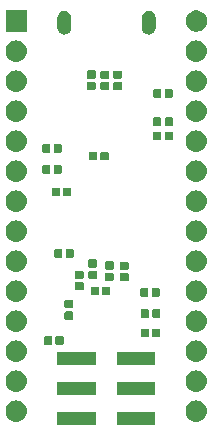
<source format=gbr>
G04 #@! TF.GenerationSoftware,KiCad,Pcbnew,5.0.1-33cea8e~68~ubuntu18.04.1*
G04 #@! TF.CreationDate,2018-11-09T20:27:09+01:00*
G04 #@! TF.ProjectId,Tiny-up5k,54696E792D7570356B2E6B696361645F,rev?*
G04 #@! TF.SameCoordinates,Original*
G04 #@! TF.FileFunction,Soldermask,Bot*
G04 #@! TF.FilePolarity,Negative*
%FSLAX46Y46*%
G04 Gerber Fmt 4.6, Leading zero omitted, Abs format (unit mm)*
G04 Created by KiCad (PCBNEW 5.0.1-33cea8e~68~ubuntu18.04.1) date vr 09 nov 2018 20:27:09 CET*
%MOMM*%
%LPD*%
G01*
G04 APERTURE LIST*
%ADD10C,0.100000*%
G04 APERTURE END LIST*
D10*
G36*
X155295000Y-131995000D02*
X152045000Y-131995000D01*
X152045000Y-130895000D01*
X155295000Y-130895000D01*
X155295000Y-131995000D01*
X155295000Y-131995000D01*
G37*
G36*
X150245000Y-131995000D02*
X146995000Y-131995000D01*
X146995000Y-130895000D01*
X150245000Y-130895000D01*
X150245000Y-131995000D01*
X150245000Y-131995000D01*
G37*
G36*
X158932432Y-129932122D02*
X159102081Y-129983585D01*
X159258433Y-130067156D01*
X159395475Y-130179625D01*
X159507944Y-130316667D01*
X159591515Y-130473019D01*
X159642978Y-130642668D01*
X159660354Y-130819100D01*
X159642978Y-130995532D01*
X159591515Y-131165181D01*
X159507944Y-131321533D01*
X159395475Y-131458575D01*
X159258433Y-131571044D01*
X159102081Y-131654615D01*
X158932432Y-131706078D01*
X158800211Y-131719100D01*
X158711789Y-131719100D01*
X158579568Y-131706078D01*
X158409919Y-131654615D01*
X158253567Y-131571044D01*
X158116525Y-131458575D01*
X158004056Y-131321533D01*
X157920485Y-131165181D01*
X157869022Y-130995532D01*
X157851646Y-130819100D01*
X157869022Y-130642668D01*
X157920485Y-130473019D01*
X158004056Y-130316667D01*
X158116525Y-130179625D01*
X158253567Y-130067156D01*
X158409919Y-129983585D01*
X158579568Y-129932122D01*
X158711789Y-129919100D01*
X158800211Y-129919100D01*
X158932432Y-129932122D01*
X158932432Y-129932122D01*
G37*
G36*
X143692432Y-129932122D02*
X143862081Y-129983585D01*
X144018433Y-130067156D01*
X144155475Y-130179625D01*
X144267944Y-130316667D01*
X144351515Y-130473019D01*
X144402978Y-130642668D01*
X144420354Y-130819100D01*
X144402978Y-130995532D01*
X144351515Y-131165181D01*
X144267944Y-131321533D01*
X144155475Y-131458575D01*
X144018433Y-131571044D01*
X143862081Y-131654615D01*
X143692432Y-131706078D01*
X143560211Y-131719100D01*
X143471789Y-131719100D01*
X143339568Y-131706078D01*
X143169919Y-131654615D01*
X143013567Y-131571044D01*
X142876525Y-131458575D01*
X142764056Y-131321533D01*
X142680485Y-131165181D01*
X142629022Y-130995532D01*
X142611646Y-130819100D01*
X142629022Y-130642668D01*
X142680485Y-130473019D01*
X142764056Y-130316667D01*
X142876525Y-130179625D01*
X143013567Y-130067156D01*
X143169919Y-129983585D01*
X143339568Y-129932122D01*
X143471789Y-129919100D01*
X143560211Y-129919100D01*
X143692432Y-129932122D01*
X143692432Y-129932122D01*
G37*
G36*
X155295000Y-129455000D02*
X152045000Y-129455000D01*
X152045000Y-128355000D01*
X155295000Y-128355000D01*
X155295000Y-129455000D01*
X155295000Y-129455000D01*
G37*
G36*
X150245000Y-129455000D02*
X146995000Y-129455000D01*
X146995000Y-128355000D01*
X150245000Y-128355000D01*
X150245000Y-129455000D01*
X150245000Y-129455000D01*
G37*
G36*
X158932432Y-127392122D02*
X159102081Y-127443585D01*
X159258433Y-127527156D01*
X159395475Y-127639625D01*
X159507944Y-127776667D01*
X159591515Y-127933019D01*
X159642978Y-128102668D01*
X159660354Y-128279100D01*
X159642978Y-128455532D01*
X159591515Y-128625181D01*
X159507944Y-128781533D01*
X159395475Y-128918575D01*
X159258433Y-129031044D01*
X159102081Y-129114615D01*
X158932432Y-129166078D01*
X158800211Y-129179100D01*
X158711789Y-129179100D01*
X158579568Y-129166078D01*
X158409919Y-129114615D01*
X158253567Y-129031044D01*
X158116525Y-128918575D01*
X158004056Y-128781533D01*
X157920485Y-128625181D01*
X157869022Y-128455532D01*
X157851646Y-128279100D01*
X157869022Y-128102668D01*
X157920485Y-127933019D01*
X158004056Y-127776667D01*
X158116525Y-127639625D01*
X158253567Y-127527156D01*
X158409919Y-127443585D01*
X158579568Y-127392122D01*
X158711789Y-127379100D01*
X158800211Y-127379100D01*
X158932432Y-127392122D01*
X158932432Y-127392122D01*
G37*
G36*
X143692432Y-127392122D02*
X143862081Y-127443585D01*
X144018433Y-127527156D01*
X144155475Y-127639625D01*
X144267944Y-127776667D01*
X144351515Y-127933019D01*
X144402978Y-128102668D01*
X144420354Y-128279100D01*
X144402978Y-128455532D01*
X144351515Y-128625181D01*
X144267944Y-128781533D01*
X144155475Y-128918575D01*
X144018433Y-129031044D01*
X143862081Y-129114615D01*
X143692432Y-129166078D01*
X143560211Y-129179100D01*
X143471789Y-129179100D01*
X143339568Y-129166078D01*
X143169919Y-129114615D01*
X143013567Y-129031044D01*
X142876525Y-128918575D01*
X142764056Y-128781533D01*
X142680485Y-128625181D01*
X142629022Y-128455532D01*
X142611646Y-128279100D01*
X142629022Y-128102668D01*
X142680485Y-127933019D01*
X142764056Y-127776667D01*
X142876525Y-127639625D01*
X143013567Y-127527156D01*
X143169919Y-127443585D01*
X143339568Y-127392122D01*
X143471789Y-127379100D01*
X143560211Y-127379100D01*
X143692432Y-127392122D01*
X143692432Y-127392122D01*
G37*
G36*
X155295000Y-126915000D02*
X152045000Y-126915000D01*
X152045000Y-125815000D01*
X155295000Y-125815000D01*
X155295000Y-126915000D01*
X155295000Y-126915000D01*
G37*
G36*
X150245000Y-126915000D02*
X146995000Y-126915000D01*
X146995000Y-125815000D01*
X150245000Y-125815000D01*
X150245000Y-126915000D01*
X150245000Y-126915000D01*
G37*
G36*
X143692432Y-124852122D02*
X143862081Y-124903585D01*
X144018433Y-124987156D01*
X144155475Y-125099625D01*
X144267944Y-125236667D01*
X144351515Y-125393019D01*
X144402978Y-125562668D01*
X144420354Y-125739100D01*
X144402978Y-125915532D01*
X144351515Y-126085181D01*
X144267944Y-126241533D01*
X144155475Y-126378575D01*
X144018433Y-126491044D01*
X143862081Y-126574615D01*
X143692432Y-126626078D01*
X143560211Y-126639100D01*
X143471789Y-126639100D01*
X143339568Y-126626078D01*
X143169919Y-126574615D01*
X143013567Y-126491044D01*
X142876525Y-126378575D01*
X142764056Y-126241533D01*
X142680485Y-126085181D01*
X142629022Y-125915532D01*
X142611646Y-125739100D01*
X142629022Y-125562668D01*
X142680485Y-125393019D01*
X142764056Y-125236667D01*
X142876525Y-125099625D01*
X143013567Y-124987156D01*
X143169919Y-124903585D01*
X143339568Y-124852122D01*
X143471789Y-124839100D01*
X143560211Y-124839100D01*
X143692432Y-124852122D01*
X143692432Y-124852122D01*
G37*
G36*
X158932432Y-124852122D02*
X159102081Y-124903585D01*
X159258433Y-124987156D01*
X159395475Y-125099625D01*
X159507944Y-125236667D01*
X159591515Y-125393019D01*
X159642978Y-125562668D01*
X159660354Y-125739100D01*
X159642978Y-125915532D01*
X159591515Y-126085181D01*
X159507944Y-126241533D01*
X159395475Y-126378575D01*
X159258433Y-126491044D01*
X159102081Y-126574615D01*
X158932432Y-126626078D01*
X158800211Y-126639100D01*
X158711789Y-126639100D01*
X158579568Y-126626078D01*
X158409919Y-126574615D01*
X158253567Y-126491044D01*
X158116525Y-126378575D01*
X158004056Y-126241533D01*
X157920485Y-126085181D01*
X157869022Y-125915532D01*
X157851646Y-125739100D01*
X157869022Y-125562668D01*
X157920485Y-125393019D01*
X158004056Y-125236667D01*
X158116525Y-125099625D01*
X158253567Y-124987156D01*
X158409919Y-124903585D01*
X158579568Y-124852122D01*
X158711789Y-124839100D01*
X158800211Y-124839100D01*
X158932432Y-124852122D01*
X158932432Y-124852122D01*
G37*
G36*
X147426340Y-124473706D02*
X147446866Y-124479933D01*
X147465773Y-124490039D01*
X147482354Y-124503646D01*
X147495961Y-124520227D01*
X147506067Y-124539134D01*
X147512294Y-124559660D01*
X147515000Y-124587138D01*
X147515000Y-125094862D01*
X147512294Y-125122340D01*
X147506067Y-125142866D01*
X147495961Y-125161773D01*
X147482354Y-125178354D01*
X147465773Y-125191961D01*
X147446866Y-125202067D01*
X147426340Y-125208294D01*
X147398862Y-125211000D01*
X146941138Y-125211000D01*
X146913660Y-125208294D01*
X146893134Y-125202067D01*
X146874227Y-125191961D01*
X146857646Y-125178354D01*
X146844039Y-125161773D01*
X146833933Y-125142866D01*
X146827706Y-125122340D01*
X146825000Y-125094862D01*
X146825000Y-124587138D01*
X146827706Y-124559660D01*
X146833933Y-124539134D01*
X146844039Y-124520227D01*
X146857646Y-124503646D01*
X146874227Y-124490039D01*
X146893134Y-124479933D01*
X146913660Y-124473706D01*
X146941138Y-124471000D01*
X147398862Y-124471000D01*
X147426340Y-124473706D01*
X147426340Y-124473706D01*
G37*
G36*
X146456340Y-124473706D02*
X146476866Y-124479933D01*
X146495773Y-124490039D01*
X146512354Y-124503646D01*
X146525961Y-124520227D01*
X146536067Y-124539134D01*
X146542294Y-124559660D01*
X146545000Y-124587138D01*
X146545000Y-125094862D01*
X146542294Y-125122340D01*
X146536067Y-125142866D01*
X146525961Y-125161773D01*
X146512354Y-125178354D01*
X146495773Y-125191961D01*
X146476866Y-125202067D01*
X146456340Y-125208294D01*
X146428862Y-125211000D01*
X145971138Y-125211000D01*
X145943660Y-125208294D01*
X145923134Y-125202067D01*
X145904227Y-125191961D01*
X145887646Y-125178354D01*
X145874039Y-125161773D01*
X145863933Y-125142866D01*
X145857706Y-125122340D01*
X145855000Y-125094862D01*
X145855000Y-124587138D01*
X145857706Y-124559660D01*
X145863933Y-124539134D01*
X145874039Y-124520227D01*
X145887646Y-124503646D01*
X145904227Y-124490039D01*
X145923134Y-124479933D01*
X145943660Y-124473706D01*
X145971138Y-124471000D01*
X146428862Y-124471000D01*
X146456340Y-124473706D01*
X146456340Y-124473706D01*
G37*
G36*
X155623340Y-123838706D02*
X155643866Y-123844933D01*
X155662773Y-123855039D01*
X155679354Y-123868646D01*
X155692961Y-123885227D01*
X155703067Y-123904134D01*
X155709294Y-123924660D01*
X155712000Y-123952138D01*
X155712000Y-124459862D01*
X155709294Y-124487340D01*
X155703067Y-124507866D01*
X155692961Y-124526773D01*
X155679354Y-124543354D01*
X155662773Y-124556961D01*
X155643866Y-124567067D01*
X155623340Y-124573294D01*
X155595862Y-124576000D01*
X155138138Y-124576000D01*
X155110660Y-124573294D01*
X155090134Y-124567067D01*
X155071227Y-124556961D01*
X155054646Y-124543354D01*
X155041039Y-124526773D01*
X155030933Y-124507866D01*
X155024706Y-124487340D01*
X155022000Y-124459862D01*
X155022000Y-123952138D01*
X155024706Y-123924660D01*
X155030933Y-123904134D01*
X155041039Y-123885227D01*
X155054646Y-123868646D01*
X155071227Y-123855039D01*
X155090134Y-123844933D01*
X155110660Y-123838706D01*
X155138138Y-123836000D01*
X155595862Y-123836000D01*
X155623340Y-123838706D01*
X155623340Y-123838706D01*
G37*
G36*
X154653340Y-123838706D02*
X154673866Y-123844933D01*
X154692773Y-123855039D01*
X154709354Y-123868646D01*
X154722961Y-123885227D01*
X154733067Y-123904134D01*
X154739294Y-123924660D01*
X154742000Y-123952138D01*
X154742000Y-124459862D01*
X154739294Y-124487340D01*
X154733067Y-124507866D01*
X154722961Y-124526773D01*
X154709354Y-124543354D01*
X154692773Y-124556961D01*
X154673866Y-124567067D01*
X154653340Y-124573294D01*
X154625862Y-124576000D01*
X154168138Y-124576000D01*
X154140660Y-124573294D01*
X154120134Y-124567067D01*
X154101227Y-124556961D01*
X154084646Y-124543354D01*
X154071039Y-124526773D01*
X154060933Y-124507866D01*
X154054706Y-124487340D01*
X154052000Y-124459862D01*
X154052000Y-123952138D01*
X154054706Y-123924660D01*
X154060933Y-123904134D01*
X154071039Y-123885227D01*
X154084646Y-123868646D01*
X154101227Y-123855039D01*
X154120134Y-123844933D01*
X154140660Y-123838706D01*
X154168138Y-123836000D01*
X154625862Y-123836000D01*
X154653340Y-123838706D01*
X154653340Y-123838706D01*
G37*
G36*
X158932432Y-122312122D02*
X159102081Y-122363585D01*
X159258433Y-122447156D01*
X159395475Y-122559625D01*
X159507944Y-122696667D01*
X159591515Y-122853019D01*
X159642978Y-123022668D01*
X159660354Y-123199100D01*
X159642978Y-123375532D01*
X159591515Y-123545181D01*
X159507944Y-123701533D01*
X159395475Y-123838575D01*
X159258433Y-123951044D01*
X159102081Y-124034615D01*
X158932432Y-124086078D01*
X158800211Y-124099100D01*
X158711789Y-124099100D01*
X158579568Y-124086078D01*
X158409919Y-124034615D01*
X158253567Y-123951044D01*
X158116525Y-123838575D01*
X158004056Y-123701533D01*
X157920485Y-123545181D01*
X157869022Y-123375532D01*
X157851646Y-123199100D01*
X157869022Y-123022668D01*
X157920485Y-122853019D01*
X158004056Y-122696667D01*
X158116525Y-122559625D01*
X158253567Y-122447156D01*
X158409919Y-122363585D01*
X158579568Y-122312122D01*
X158711789Y-122299100D01*
X158800211Y-122299100D01*
X158932432Y-122312122D01*
X158932432Y-122312122D01*
G37*
G36*
X143692432Y-122312122D02*
X143862081Y-122363585D01*
X144018433Y-122447156D01*
X144155475Y-122559625D01*
X144267944Y-122696667D01*
X144351515Y-122853019D01*
X144402978Y-123022668D01*
X144420354Y-123199100D01*
X144402978Y-123375532D01*
X144351515Y-123545181D01*
X144267944Y-123701533D01*
X144155475Y-123838575D01*
X144018433Y-123951044D01*
X143862081Y-124034615D01*
X143692432Y-124086078D01*
X143560211Y-124099100D01*
X143471789Y-124099100D01*
X143339568Y-124086078D01*
X143169919Y-124034615D01*
X143013567Y-123951044D01*
X142876525Y-123838575D01*
X142764056Y-123701533D01*
X142680485Y-123545181D01*
X142629022Y-123375532D01*
X142611646Y-123199100D01*
X142629022Y-123022668D01*
X142680485Y-122853019D01*
X142764056Y-122696667D01*
X142876525Y-122559625D01*
X143013567Y-122447156D01*
X143169919Y-122363585D01*
X143339568Y-122312122D01*
X143471789Y-122299100D01*
X143560211Y-122299100D01*
X143692432Y-122312122D01*
X143692432Y-122312122D01*
G37*
G36*
X148236340Y-122385706D02*
X148256866Y-122391933D01*
X148275773Y-122402039D01*
X148292354Y-122415646D01*
X148305961Y-122432227D01*
X148316067Y-122451134D01*
X148322294Y-122471660D01*
X148325000Y-122499138D01*
X148325000Y-122956862D01*
X148322294Y-122984340D01*
X148316067Y-123004866D01*
X148305961Y-123023773D01*
X148292354Y-123040354D01*
X148275773Y-123053961D01*
X148256866Y-123064067D01*
X148236340Y-123070294D01*
X148208862Y-123073000D01*
X147701138Y-123073000D01*
X147673660Y-123070294D01*
X147653134Y-123064067D01*
X147634227Y-123053961D01*
X147617646Y-123040354D01*
X147604039Y-123023773D01*
X147593933Y-123004866D01*
X147587706Y-122984340D01*
X147585000Y-122956862D01*
X147585000Y-122499138D01*
X147587706Y-122471660D01*
X147593933Y-122451134D01*
X147604039Y-122432227D01*
X147617646Y-122415646D01*
X147634227Y-122402039D01*
X147653134Y-122391933D01*
X147673660Y-122385706D01*
X147701138Y-122383000D01*
X148208862Y-122383000D01*
X148236340Y-122385706D01*
X148236340Y-122385706D01*
G37*
G36*
X154653340Y-122187706D02*
X154673866Y-122193933D01*
X154692773Y-122204039D01*
X154709354Y-122217646D01*
X154722961Y-122234227D01*
X154733067Y-122253134D01*
X154739294Y-122273660D01*
X154742000Y-122301138D01*
X154742000Y-122808862D01*
X154739294Y-122836340D01*
X154733067Y-122856866D01*
X154722961Y-122875773D01*
X154709354Y-122892354D01*
X154692773Y-122905961D01*
X154673866Y-122916067D01*
X154653340Y-122922294D01*
X154625862Y-122925000D01*
X154168138Y-122925000D01*
X154140660Y-122922294D01*
X154120134Y-122916067D01*
X154101227Y-122905961D01*
X154084646Y-122892354D01*
X154071039Y-122875773D01*
X154060933Y-122856866D01*
X154054706Y-122836340D01*
X154052000Y-122808862D01*
X154052000Y-122301138D01*
X154054706Y-122273660D01*
X154060933Y-122253134D01*
X154071039Y-122234227D01*
X154084646Y-122217646D01*
X154101227Y-122204039D01*
X154120134Y-122193933D01*
X154140660Y-122187706D01*
X154168138Y-122185000D01*
X154625862Y-122185000D01*
X154653340Y-122187706D01*
X154653340Y-122187706D01*
G37*
G36*
X155623340Y-122187706D02*
X155643866Y-122193933D01*
X155662773Y-122204039D01*
X155679354Y-122217646D01*
X155692961Y-122234227D01*
X155703067Y-122253134D01*
X155709294Y-122273660D01*
X155712000Y-122301138D01*
X155712000Y-122808862D01*
X155709294Y-122836340D01*
X155703067Y-122856866D01*
X155692961Y-122875773D01*
X155679354Y-122892354D01*
X155662773Y-122905961D01*
X155643866Y-122916067D01*
X155623340Y-122922294D01*
X155595862Y-122925000D01*
X155138138Y-122925000D01*
X155110660Y-122922294D01*
X155090134Y-122916067D01*
X155071227Y-122905961D01*
X155054646Y-122892354D01*
X155041039Y-122875773D01*
X155030933Y-122856866D01*
X155024706Y-122836340D01*
X155022000Y-122808862D01*
X155022000Y-122301138D01*
X155024706Y-122273660D01*
X155030933Y-122253134D01*
X155041039Y-122234227D01*
X155054646Y-122217646D01*
X155071227Y-122204039D01*
X155090134Y-122193933D01*
X155110660Y-122187706D01*
X155138138Y-122185000D01*
X155595862Y-122185000D01*
X155623340Y-122187706D01*
X155623340Y-122187706D01*
G37*
G36*
X148236340Y-121415706D02*
X148256866Y-121421933D01*
X148275773Y-121432039D01*
X148292354Y-121445646D01*
X148305961Y-121462227D01*
X148316067Y-121481134D01*
X148322294Y-121501660D01*
X148325000Y-121529138D01*
X148325000Y-121986862D01*
X148322294Y-122014340D01*
X148316067Y-122034866D01*
X148305961Y-122053773D01*
X148292354Y-122070354D01*
X148275773Y-122083961D01*
X148256866Y-122094067D01*
X148236340Y-122100294D01*
X148208862Y-122103000D01*
X147701138Y-122103000D01*
X147673660Y-122100294D01*
X147653134Y-122094067D01*
X147634227Y-122083961D01*
X147617646Y-122070354D01*
X147604039Y-122053773D01*
X147593933Y-122034866D01*
X147587706Y-122014340D01*
X147585000Y-121986862D01*
X147585000Y-121529138D01*
X147587706Y-121501660D01*
X147593933Y-121481134D01*
X147604039Y-121462227D01*
X147617646Y-121445646D01*
X147634227Y-121432039D01*
X147653134Y-121421933D01*
X147673660Y-121415706D01*
X147701138Y-121413000D01*
X148208862Y-121413000D01*
X148236340Y-121415706D01*
X148236340Y-121415706D01*
G37*
G36*
X158932432Y-119772122D02*
X159102081Y-119823585D01*
X159258433Y-119907156D01*
X159395475Y-120019625D01*
X159507944Y-120156667D01*
X159591515Y-120313019D01*
X159642978Y-120482668D01*
X159660354Y-120659100D01*
X159642978Y-120835532D01*
X159591515Y-121005181D01*
X159507944Y-121161533D01*
X159395475Y-121298575D01*
X159258433Y-121411044D01*
X159102081Y-121494615D01*
X158932432Y-121546078D01*
X158800211Y-121559100D01*
X158711789Y-121559100D01*
X158579568Y-121546078D01*
X158409919Y-121494615D01*
X158253567Y-121411044D01*
X158116525Y-121298575D01*
X158004056Y-121161533D01*
X157920485Y-121005181D01*
X157869022Y-120835532D01*
X157851646Y-120659100D01*
X157869022Y-120482668D01*
X157920485Y-120313019D01*
X158004056Y-120156667D01*
X158116525Y-120019625D01*
X158253567Y-119907156D01*
X158409919Y-119823585D01*
X158579568Y-119772122D01*
X158711789Y-119759100D01*
X158800211Y-119759100D01*
X158932432Y-119772122D01*
X158932432Y-119772122D01*
G37*
G36*
X143692432Y-119772122D02*
X143862081Y-119823585D01*
X144018433Y-119907156D01*
X144155475Y-120019625D01*
X144267944Y-120156667D01*
X144351515Y-120313019D01*
X144402978Y-120482668D01*
X144420354Y-120659100D01*
X144402978Y-120835532D01*
X144351515Y-121005181D01*
X144267944Y-121161533D01*
X144155475Y-121298575D01*
X144018433Y-121411044D01*
X143862081Y-121494615D01*
X143692432Y-121546078D01*
X143560211Y-121559100D01*
X143471789Y-121559100D01*
X143339568Y-121546078D01*
X143169919Y-121494615D01*
X143013567Y-121411044D01*
X142876525Y-121298575D01*
X142764056Y-121161533D01*
X142680485Y-121005181D01*
X142629022Y-120835532D01*
X142611646Y-120659100D01*
X142629022Y-120482668D01*
X142680485Y-120313019D01*
X142764056Y-120156667D01*
X142876525Y-120019625D01*
X143013567Y-119907156D01*
X143169919Y-119823585D01*
X143339568Y-119772122D01*
X143471789Y-119759100D01*
X143560211Y-119759100D01*
X143692432Y-119772122D01*
X143692432Y-119772122D01*
G37*
G36*
X155577340Y-120409706D02*
X155597866Y-120415933D01*
X155616773Y-120426039D01*
X155633354Y-120439646D01*
X155646961Y-120456227D01*
X155657067Y-120475134D01*
X155663294Y-120495660D01*
X155666000Y-120523138D01*
X155666000Y-121030862D01*
X155663294Y-121058340D01*
X155657067Y-121078866D01*
X155646961Y-121097773D01*
X155633354Y-121114354D01*
X155616773Y-121127961D01*
X155597866Y-121138067D01*
X155577340Y-121144294D01*
X155549862Y-121147000D01*
X155092138Y-121147000D01*
X155064660Y-121144294D01*
X155044134Y-121138067D01*
X155025227Y-121127961D01*
X155008646Y-121114354D01*
X154995039Y-121097773D01*
X154984933Y-121078866D01*
X154978706Y-121058340D01*
X154976000Y-121030862D01*
X154976000Y-120523138D01*
X154978706Y-120495660D01*
X154984933Y-120475134D01*
X154995039Y-120456227D01*
X155008646Y-120439646D01*
X155025227Y-120426039D01*
X155044134Y-120415933D01*
X155064660Y-120409706D01*
X155092138Y-120407000D01*
X155549862Y-120407000D01*
X155577340Y-120409706D01*
X155577340Y-120409706D01*
G37*
G36*
X154607340Y-120409706D02*
X154627866Y-120415933D01*
X154646773Y-120426039D01*
X154663354Y-120439646D01*
X154676961Y-120456227D01*
X154687067Y-120475134D01*
X154693294Y-120495660D01*
X154696000Y-120523138D01*
X154696000Y-121030862D01*
X154693294Y-121058340D01*
X154687067Y-121078866D01*
X154676961Y-121097773D01*
X154663354Y-121114354D01*
X154646773Y-121127961D01*
X154627866Y-121138067D01*
X154607340Y-121144294D01*
X154579862Y-121147000D01*
X154122138Y-121147000D01*
X154094660Y-121144294D01*
X154074134Y-121138067D01*
X154055227Y-121127961D01*
X154038646Y-121114354D01*
X154025039Y-121097773D01*
X154014933Y-121078866D01*
X154008706Y-121058340D01*
X154006000Y-121030862D01*
X154006000Y-120523138D01*
X154008706Y-120495660D01*
X154014933Y-120475134D01*
X154025039Y-120456227D01*
X154038646Y-120439646D01*
X154055227Y-120426039D01*
X154074134Y-120415933D01*
X154094660Y-120409706D01*
X154122138Y-120407000D01*
X154579862Y-120407000D01*
X154607340Y-120409706D01*
X154607340Y-120409706D01*
G37*
G36*
X151386340Y-120282706D02*
X151406866Y-120288933D01*
X151425773Y-120299039D01*
X151442354Y-120312646D01*
X151455961Y-120329227D01*
X151466067Y-120348134D01*
X151472294Y-120368660D01*
X151475000Y-120396138D01*
X151475000Y-120903862D01*
X151472294Y-120931340D01*
X151466067Y-120951866D01*
X151455961Y-120970773D01*
X151442354Y-120987354D01*
X151425773Y-121000961D01*
X151406866Y-121011067D01*
X151386340Y-121017294D01*
X151358862Y-121020000D01*
X150901138Y-121020000D01*
X150873660Y-121017294D01*
X150853134Y-121011067D01*
X150834227Y-121000961D01*
X150817646Y-120987354D01*
X150804039Y-120970773D01*
X150793933Y-120951866D01*
X150787706Y-120931340D01*
X150785000Y-120903862D01*
X150785000Y-120396138D01*
X150787706Y-120368660D01*
X150793933Y-120348134D01*
X150804039Y-120329227D01*
X150817646Y-120312646D01*
X150834227Y-120299039D01*
X150853134Y-120288933D01*
X150873660Y-120282706D01*
X150901138Y-120280000D01*
X151358862Y-120280000D01*
X151386340Y-120282706D01*
X151386340Y-120282706D01*
G37*
G36*
X150416340Y-120282706D02*
X150436866Y-120288933D01*
X150455773Y-120299039D01*
X150472354Y-120312646D01*
X150485961Y-120329227D01*
X150496067Y-120348134D01*
X150502294Y-120368660D01*
X150505000Y-120396138D01*
X150505000Y-120903862D01*
X150502294Y-120931340D01*
X150496067Y-120951866D01*
X150485961Y-120970773D01*
X150472354Y-120987354D01*
X150455773Y-121000961D01*
X150436866Y-121011067D01*
X150416340Y-121017294D01*
X150388862Y-121020000D01*
X149931138Y-121020000D01*
X149903660Y-121017294D01*
X149883134Y-121011067D01*
X149864227Y-121000961D01*
X149847646Y-120987354D01*
X149834039Y-120970773D01*
X149823933Y-120951866D01*
X149817706Y-120931340D01*
X149815000Y-120903862D01*
X149815000Y-120396138D01*
X149817706Y-120368660D01*
X149823933Y-120348134D01*
X149834039Y-120329227D01*
X149847646Y-120312646D01*
X149864227Y-120299039D01*
X149883134Y-120288933D01*
X149903660Y-120282706D01*
X149931138Y-120280000D01*
X150388862Y-120280000D01*
X150416340Y-120282706D01*
X150416340Y-120282706D01*
G37*
G36*
X149125340Y-119903706D02*
X149145866Y-119909933D01*
X149164773Y-119920039D01*
X149181354Y-119933646D01*
X149194961Y-119950227D01*
X149205067Y-119969134D01*
X149211294Y-119989660D01*
X149214000Y-120017138D01*
X149214000Y-120474862D01*
X149211294Y-120502340D01*
X149205067Y-120522866D01*
X149194961Y-120541773D01*
X149181354Y-120558354D01*
X149164773Y-120571961D01*
X149145866Y-120582067D01*
X149125340Y-120588294D01*
X149097862Y-120591000D01*
X148590138Y-120591000D01*
X148562660Y-120588294D01*
X148542134Y-120582067D01*
X148523227Y-120571961D01*
X148506646Y-120558354D01*
X148493039Y-120541773D01*
X148482933Y-120522866D01*
X148476706Y-120502340D01*
X148474000Y-120474862D01*
X148474000Y-120017138D01*
X148476706Y-119989660D01*
X148482933Y-119969134D01*
X148493039Y-119950227D01*
X148506646Y-119933646D01*
X148523227Y-119920039D01*
X148542134Y-119909933D01*
X148562660Y-119903706D01*
X148590138Y-119901000D01*
X149097862Y-119901000D01*
X149125340Y-119903706D01*
X149125340Y-119903706D01*
G37*
G36*
X152935340Y-119141706D02*
X152955866Y-119147933D01*
X152974773Y-119158039D01*
X152991354Y-119171646D01*
X153004961Y-119188227D01*
X153015067Y-119207134D01*
X153021294Y-119227660D01*
X153024000Y-119255138D01*
X153024000Y-119712862D01*
X153021294Y-119740340D01*
X153015067Y-119760866D01*
X153004961Y-119779773D01*
X152991354Y-119796354D01*
X152974773Y-119809961D01*
X152955866Y-119820067D01*
X152935340Y-119826294D01*
X152907862Y-119829000D01*
X152400138Y-119829000D01*
X152372660Y-119826294D01*
X152352134Y-119820067D01*
X152333227Y-119809961D01*
X152316646Y-119796354D01*
X152303039Y-119779773D01*
X152292933Y-119760866D01*
X152286706Y-119740340D01*
X152284000Y-119712862D01*
X152284000Y-119255138D01*
X152286706Y-119227660D01*
X152292933Y-119207134D01*
X152303039Y-119188227D01*
X152316646Y-119171646D01*
X152333227Y-119158039D01*
X152352134Y-119147933D01*
X152372660Y-119141706D01*
X152400138Y-119139000D01*
X152907862Y-119139000D01*
X152935340Y-119141706D01*
X152935340Y-119141706D01*
G37*
G36*
X151665340Y-119118706D02*
X151685866Y-119124933D01*
X151704773Y-119135039D01*
X151721354Y-119148646D01*
X151734961Y-119165227D01*
X151745067Y-119184134D01*
X151751294Y-119204660D01*
X151754000Y-119232138D01*
X151754000Y-119689862D01*
X151751294Y-119717340D01*
X151745067Y-119737866D01*
X151734961Y-119756773D01*
X151721354Y-119773354D01*
X151704773Y-119786961D01*
X151685866Y-119797067D01*
X151665340Y-119803294D01*
X151637862Y-119806000D01*
X151130138Y-119806000D01*
X151102660Y-119803294D01*
X151082134Y-119797067D01*
X151063227Y-119786961D01*
X151046646Y-119773354D01*
X151033039Y-119756773D01*
X151022933Y-119737866D01*
X151016706Y-119717340D01*
X151014000Y-119689862D01*
X151014000Y-119232138D01*
X151016706Y-119204660D01*
X151022933Y-119184134D01*
X151033039Y-119165227D01*
X151046646Y-119148646D01*
X151063227Y-119135039D01*
X151082134Y-119124933D01*
X151102660Y-119118706D01*
X151130138Y-119116000D01*
X151637862Y-119116000D01*
X151665340Y-119118706D01*
X151665340Y-119118706D01*
G37*
G36*
X150268340Y-118945706D02*
X150288866Y-118951933D01*
X150307773Y-118962039D01*
X150324354Y-118975646D01*
X150337961Y-118992227D01*
X150348067Y-119011134D01*
X150354294Y-119031660D01*
X150357000Y-119059138D01*
X150357000Y-119516862D01*
X150354294Y-119544340D01*
X150348067Y-119564866D01*
X150337961Y-119583773D01*
X150324354Y-119600354D01*
X150307773Y-119613961D01*
X150288866Y-119624067D01*
X150268340Y-119630294D01*
X150240862Y-119633000D01*
X149733138Y-119633000D01*
X149705660Y-119630294D01*
X149685134Y-119624067D01*
X149666227Y-119613961D01*
X149649646Y-119600354D01*
X149636039Y-119583773D01*
X149625933Y-119564866D01*
X149619706Y-119544340D01*
X149617000Y-119516862D01*
X149617000Y-119059138D01*
X149619706Y-119031660D01*
X149625933Y-119011134D01*
X149636039Y-118992227D01*
X149649646Y-118975646D01*
X149666227Y-118962039D01*
X149685134Y-118951933D01*
X149705660Y-118945706D01*
X149733138Y-118943000D01*
X150240862Y-118943000D01*
X150268340Y-118945706D01*
X150268340Y-118945706D01*
G37*
G36*
X149125340Y-118933706D02*
X149145866Y-118939933D01*
X149164773Y-118950039D01*
X149181354Y-118963646D01*
X149194961Y-118980227D01*
X149205067Y-118999134D01*
X149211294Y-119019660D01*
X149214000Y-119047138D01*
X149214000Y-119504862D01*
X149211294Y-119532340D01*
X149205067Y-119552866D01*
X149194961Y-119571773D01*
X149181354Y-119588354D01*
X149164773Y-119601961D01*
X149145866Y-119612067D01*
X149125340Y-119618294D01*
X149097862Y-119621000D01*
X148590138Y-119621000D01*
X148562660Y-119618294D01*
X148542134Y-119612067D01*
X148523227Y-119601961D01*
X148506646Y-119588354D01*
X148493039Y-119571773D01*
X148482933Y-119552866D01*
X148476706Y-119532340D01*
X148474000Y-119504862D01*
X148474000Y-119047138D01*
X148476706Y-119019660D01*
X148482933Y-118999134D01*
X148493039Y-118980227D01*
X148506646Y-118963646D01*
X148523227Y-118950039D01*
X148542134Y-118939933D01*
X148562660Y-118933706D01*
X148590138Y-118931000D01*
X149097862Y-118931000D01*
X149125340Y-118933706D01*
X149125340Y-118933706D01*
G37*
G36*
X158932432Y-117232122D02*
X159102081Y-117283585D01*
X159258433Y-117367156D01*
X159395475Y-117479625D01*
X159507944Y-117616667D01*
X159591515Y-117773019D01*
X159642978Y-117942668D01*
X159660354Y-118119100D01*
X159642978Y-118295532D01*
X159591515Y-118465181D01*
X159507944Y-118621533D01*
X159395475Y-118758575D01*
X159258433Y-118871044D01*
X159102081Y-118954615D01*
X158932432Y-119006078D01*
X158800211Y-119019100D01*
X158711789Y-119019100D01*
X158579568Y-119006078D01*
X158409919Y-118954615D01*
X158253567Y-118871044D01*
X158116525Y-118758575D01*
X158004056Y-118621533D01*
X157920485Y-118465181D01*
X157869022Y-118295532D01*
X157851646Y-118119100D01*
X157869022Y-117942668D01*
X157920485Y-117773019D01*
X158004056Y-117616667D01*
X158116525Y-117479625D01*
X158253567Y-117367156D01*
X158409919Y-117283585D01*
X158579568Y-117232122D01*
X158711789Y-117219100D01*
X158800211Y-117219100D01*
X158932432Y-117232122D01*
X158932432Y-117232122D01*
G37*
G36*
X143692432Y-117232122D02*
X143862081Y-117283585D01*
X144018433Y-117367156D01*
X144155475Y-117479625D01*
X144267944Y-117616667D01*
X144351515Y-117773019D01*
X144402978Y-117942668D01*
X144420354Y-118119100D01*
X144402978Y-118295532D01*
X144351515Y-118465181D01*
X144267944Y-118621533D01*
X144155475Y-118758575D01*
X144018433Y-118871044D01*
X143862081Y-118954615D01*
X143692432Y-119006078D01*
X143560211Y-119019100D01*
X143471789Y-119019100D01*
X143339568Y-119006078D01*
X143169919Y-118954615D01*
X143013567Y-118871044D01*
X142876525Y-118758575D01*
X142764056Y-118621533D01*
X142680485Y-118465181D01*
X142629022Y-118295532D01*
X142611646Y-118119100D01*
X142629022Y-117942668D01*
X142680485Y-117773019D01*
X142764056Y-117616667D01*
X142876525Y-117479625D01*
X143013567Y-117367156D01*
X143169919Y-117283585D01*
X143339568Y-117232122D01*
X143471789Y-117219100D01*
X143560211Y-117219100D01*
X143692432Y-117232122D01*
X143692432Y-117232122D01*
G37*
G36*
X152935340Y-118171706D02*
X152955866Y-118177933D01*
X152974773Y-118188039D01*
X152991354Y-118201646D01*
X153004961Y-118218227D01*
X153015067Y-118237134D01*
X153021294Y-118257660D01*
X153024000Y-118285138D01*
X153024000Y-118742862D01*
X153021294Y-118770340D01*
X153015067Y-118790866D01*
X153004961Y-118809773D01*
X152991354Y-118826354D01*
X152974773Y-118839961D01*
X152955866Y-118850067D01*
X152935340Y-118856294D01*
X152907862Y-118859000D01*
X152400138Y-118859000D01*
X152372660Y-118856294D01*
X152352134Y-118850067D01*
X152333227Y-118839961D01*
X152316646Y-118826354D01*
X152303039Y-118809773D01*
X152292933Y-118790866D01*
X152286706Y-118770340D01*
X152284000Y-118742862D01*
X152284000Y-118285138D01*
X152286706Y-118257660D01*
X152292933Y-118237134D01*
X152303039Y-118218227D01*
X152316646Y-118201646D01*
X152333227Y-118188039D01*
X152352134Y-118177933D01*
X152372660Y-118171706D01*
X152400138Y-118169000D01*
X152907862Y-118169000D01*
X152935340Y-118171706D01*
X152935340Y-118171706D01*
G37*
G36*
X151665340Y-118148706D02*
X151685866Y-118154933D01*
X151704773Y-118165039D01*
X151721354Y-118178646D01*
X151734961Y-118195227D01*
X151745067Y-118214134D01*
X151751294Y-118234660D01*
X151754000Y-118262138D01*
X151754000Y-118719862D01*
X151751294Y-118747340D01*
X151745067Y-118767866D01*
X151734961Y-118786773D01*
X151721354Y-118803354D01*
X151704773Y-118816961D01*
X151685866Y-118827067D01*
X151665340Y-118833294D01*
X151637862Y-118836000D01*
X151130138Y-118836000D01*
X151102660Y-118833294D01*
X151082134Y-118827067D01*
X151063227Y-118816961D01*
X151046646Y-118803354D01*
X151033039Y-118786773D01*
X151022933Y-118767866D01*
X151016706Y-118747340D01*
X151014000Y-118719862D01*
X151014000Y-118262138D01*
X151016706Y-118234660D01*
X151022933Y-118214134D01*
X151033039Y-118195227D01*
X151046646Y-118178646D01*
X151063227Y-118165039D01*
X151082134Y-118154933D01*
X151102660Y-118148706D01*
X151130138Y-118146000D01*
X151637862Y-118146000D01*
X151665340Y-118148706D01*
X151665340Y-118148706D01*
G37*
G36*
X150268340Y-117975706D02*
X150288866Y-117981933D01*
X150307773Y-117992039D01*
X150324354Y-118005646D01*
X150337961Y-118022227D01*
X150348067Y-118041134D01*
X150354294Y-118061660D01*
X150357000Y-118089138D01*
X150357000Y-118546862D01*
X150354294Y-118574340D01*
X150348067Y-118594866D01*
X150337961Y-118613773D01*
X150324354Y-118630354D01*
X150307773Y-118643961D01*
X150288866Y-118654067D01*
X150268340Y-118660294D01*
X150240862Y-118663000D01*
X149733138Y-118663000D01*
X149705660Y-118660294D01*
X149685134Y-118654067D01*
X149666227Y-118643961D01*
X149649646Y-118630354D01*
X149636039Y-118613773D01*
X149625933Y-118594866D01*
X149619706Y-118574340D01*
X149617000Y-118546862D01*
X149617000Y-118089138D01*
X149619706Y-118061660D01*
X149625933Y-118041134D01*
X149636039Y-118022227D01*
X149649646Y-118005646D01*
X149666227Y-117992039D01*
X149685134Y-117981933D01*
X149705660Y-117975706D01*
X149733138Y-117973000D01*
X150240862Y-117973000D01*
X150268340Y-117975706D01*
X150268340Y-117975706D01*
G37*
G36*
X147322340Y-117107706D02*
X147342866Y-117113933D01*
X147361773Y-117124039D01*
X147378354Y-117137646D01*
X147391961Y-117154227D01*
X147402067Y-117173134D01*
X147408294Y-117193660D01*
X147411000Y-117221138D01*
X147411000Y-117728862D01*
X147408294Y-117756340D01*
X147402067Y-117776866D01*
X147391961Y-117795773D01*
X147378354Y-117812354D01*
X147361773Y-117825961D01*
X147342866Y-117836067D01*
X147322340Y-117842294D01*
X147294862Y-117845000D01*
X146837138Y-117845000D01*
X146809660Y-117842294D01*
X146789134Y-117836067D01*
X146770227Y-117825961D01*
X146753646Y-117812354D01*
X146740039Y-117795773D01*
X146729933Y-117776866D01*
X146723706Y-117756340D01*
X146721000Y-117728862D01*
X146721000Y-117221138D01*
X146723706Y-117193660D01*
X146729933Y-117173134D01*
X146740039Y-117154227D01*
X146753646Y-117137646D01*
X146770227Y-117124039D01*
X146789134Y-117113933D01*
X146809660Y-117107706D01*
X146837138Y-117105000D01*
X147294862Y-117105000D01*
X147322340Y-117107706D01*
X147322340Y-117107706D01*
G37*
G36*
X148292340Y-117107706D02*
X148312866Y-117113933D01*
X148331773Y-117124039D01*
X148348354Y-117137646D01*
X148361961Y-117154227D01*
X148372067Y-117173134D01*
X148378294Y-117193660D01*
X148381000Y-117221138D01*
X148381000Y-117728862D01*
X148378294Y-117756340D01*
X148372067Y-117776866D01*
X148361961Y-117795773D01*
X148348354Y-117812354D01*
X148331773Y-117825961D01*
X148312866Y-117836067D01*
X148292340Y-117842294D01*
X148264862Y-117845000D01*
X147807138Y-117845000D01*
X147779660Y-117842294D01*
X147759134Y-117836067D01*
X147740227Y-117825961D01*
X147723646Y-117812354D01*
X147710039Y-117795773D01*
X147699933Y-117776866D01*
X147693706Y-117756340D01*
X147691000Y-117728862D01*
X147691000Y-117221138D01*
X147693706Y-117193660D01*
X147699933Y-117173134D01*
X147710039Y-117154227D01*
X147723646Y-117137646D01*
X147740227Y-117124039D01*
X147759134Y-117113933D01*
X147779660Y-117107706D01*
X147807138Y-117105000D01*
X148264862Y-117105000D01*
X148292340Y-117107706D01*
X148292340Y-117107706D01*
G37*
G36*
X158932432Y-114692122D02*
X159102081Y-114743585D01*
X159258433Y-114827156D01*
X159395475Y-114939625D01*
X159507944Y-115076667D01*
X159591515Y-115233019D01*
X159642978Y-115402668D01*
X159660354Y-115579100D01*
X159642978Y-115755532D01*
X159591515Y-115925181D01*
X159507944Y-116081533D01*
X159395475Y-116218575D01*
X159258433Y-116331044D01*
X159102081Y-116414615D01*
X158932432Y-116466078D01*
X158800211Y-116479100D01*
X158711789Y-116479100D01*
X158579568Y-116466078D01*
X158409919Y-116414615D01*
X158253567Y-116331044D01*
X158116525Y-116218575D01*
X158004056Y-116081533D01*
X157920485Y-115925181D01*
X157869022Y-115755532D01*
X157851646Y-115579100D01*
X157869022Y-115402668D01*
X157920485Y-115233019D01*
X158004056Y-115076667D01*
X158116525Y-114939625D01*
X158253567Y-114827156D01*
X158409919Y-114743585D01*
X158579568Y-114692122D01*
X158711789Y-114679100D01*
X158800211Y-114679100D01*
X158932432Y-114692122D01*
X158932432Y-114692122D01*
G37*
G36*
X143692432Y-114692122D02*
X143862081Y-114743585D01*
X144018433Y-114827156D01*
X144155475Y-114939625D01*
X144267944Y-115076667D01*
X144351515Y-115233019D01*
X144402978Y-115402668D01*
X144420354Y-115579100D01*
X144402978Y-115755532D01*
X144351515Y-115925181D01*
X144267944Y-116081533D01*
X144155475Y-116218575D01*
X144018433Y-116331044D01*
X143862081Y-116414615D01*
X143692432Y-116466078D01*
X143560211Y-116479100D01*
X143471789Y-116479100D01*
X143339568Y-116466078D01*
X143169919Y-116414615D01*
X143013567Y-116331044D01*
X142876525Y-116218575D01*
X142764056Y-116081533D01*
X142680485Y-115925181D01*
X142629022Y-115755532D01*
X142611646Y-115579100D01*
X142629022Y-115402668D01*
X142680485Y-115233019D01*
X142764056Y-115076667D01*
X142876525Y-114939625D01*
X143013567Y-114827156D01*
X143169919Y-114743585D01*
X143339568Y-114692122D01*
X143471789Y-114679100D01*
X143560211Y-114679100D01*
X143692432Y-114692122D01*
X143692432Y-114692122D01*
G37*
G36*
X158932432Y-112152122D02*
X159102081Y-112203585D01*
X159258433Y-112287156D01*
X159395475Y-112399625D01*
X159507944Y-112536667D01*
X159591515Y-112693019D01*
X159642978Y-112862668D01*
X159660354Y-113039100D01*
X159642978Y-113215532D01*
X159591515Y-113385181D01*
X159507944Y-113541533D01*
X159395475Y-113678575D01*
X159258433Y-113791044D01*
X159102081Y-113874615D01*
X158932432Y-113926078D01*
X158800211Y-113939100D01*
X158711789Y-113939100D01*
X158579568Y-113926078D01*
X158409919Y-113874615D01*
X158253567Y-113791044D01*
X158116525Y-113678575D01*
X158004056Y-113541533D01*
X157920485Y-113385181D01*
X157869022Y-113215532D01*
X157851646Y-113039100D01*
X157869022Y-112862668D01*
X157920485Y-112693019D01*
X158004056Y-112536667D01*
X158116525Y-112399625D01*
X158253567Y-112287156D01*
X158409919Y-112203585D01*
X158579568Y-112152122D01*
X158711789Y-112139100D01*
X158800211Y-112139100D01*
X158932432Y-112152122D01*
X158932432Y-112152122D01*
G37*
G36*
X143692432Y-112152122D02*
X143862081Y-112203585D01*
X144018433Y-112287156D01*
X144155475Y-112399625D01*
X144267944Y-112536667D01*
X144351515Y-112693019D01*
X144402978Y-112862668D01*
X144420354Y-113039100D01*
X144402978Y-113215532D01*
X144351515Y-113385181D01*
X144267944Y-113541533D01*
X144155475Y-113678575D01*
X144018433Y-113791044D01*
X143862081Y-113874615D01*
X143692432Y-113926078D01*
X143560211Y-113939100D01*
X143471789Y-113939100D01*
X143339568Y-113926078D01*
X143169919Y-113874615D01*
X143013567Y-113791044D01*
X142876525Y-113678575D01*
X142764056Y-113541533D01*
X142680485Y-113385181D01*
X142629022Y-113215532D01*
X142611646Y-113039100D01*
X142629022Y-112862668D01*
X142680485Y-112693019D01*
X142764056Y-112536667D01*
X142876525Y-112399625D01*
X143013567Y-112287156D01*
X143169919Y-112203585D01*
X143339568Y-112152122D01*
X143471789Y-112139100D01*
X143560211Y-112139100D01*
X143692432Y-112152122D01*
X143692432Y-112152122D01*
G37*
G36*
X147114340Y-111900706D02*
X147134866Y-111906933D01*
X147153773Y-111917039D01*
X147170354Y-111930646D01*
X147183961Y-111947227D01*
X147194067Y-111966134D01*
X147200294Y-111986660D01*
X147203000Y-112014138D01*
X147203000Y-112521862D01*
X147200294Y-112549340D01*
X147194067Y-112569866D01*
X147183961Y-112588773D01*
X147170354Y-112605354D01*
X147153773Y-112618961D01*
X147134866Y-112629067D01*
X147114340Y-112635294D01*
X147086862Y-112638000D01*
X146629138Y-112638000D01*
X146601660Y-112635294D01*
X146581134Y-112629067D01*
X146562227Y-112618961D01*
X146545646Y-112605354D01*
X146532039Y-112588773D01*
X146521933Y-112569866D01*
X146515706Y-112549340D01*
X146513000Y-112521862D01*
X146513000Y-112014138D01*
X146515706Y-111986660D01*
X146521933Y-111966134D01*
X146532039Y-111947227D01*
X146545646Y-111930646D01*
X146562227Y-111917039D01*
X146581134Y-111906933D01*
X146601660Y-111900706D01*
X146629138Y-111898000D01*
X147086862Y-111898000D01*
X147114340Y-111900706D01*
X147114340Y-111900706D01*
G37*
G36*
X148084340Y-111900706D02*
X148104866Y-111906933D01*
X148123773Y-111917039D01*
X148140354Y-111930646D01*
X148153961Y-111947227D01*
X148164067Y-111966134D01*
X148170294Y-111986660D01*
X148173000Y-112014138D01*
X148173000Y-112521862D01*
X148170294Y-112549340D01*
X148164067Y-112569866D01*
X148153961Y-112588773D01*
X148140354Y-112605354D01*
X148123773Y-112618961D01*
X148104866Y-112629067D01*
X148084340Y-112635294D01*
X148056862Y-112638000D01*
X147599138Y-112638000D01*
X147571660Y-112635294D01*
X147551134Y-112629067D01*
X147532227Y-112618961D01*
X147515646Y-112605354D01*
X147502039Y-112588773D01*
X147491933Y-112569866D01*
X147485706Y-112549340D01*
X147483000Y-112521862D01*
X147483000Y-112014138D01*
X147485706Y-111986660D01*
X147491933Y-111966134D01*
X147502039Y-111947227D01*
X147515646Y-111930646D01*
X147532227Y-111917039D01*
X147551134Y-111906933D01*
X147571660Y-111900706D01*
X147599138Y-111898000D01*
X148056862Y-111898000D01*
X148084340Y-111900706D01*
X148084340Y-111900706D01*
G37*
G36*
X143692432Y-109612122D02*
X143862081Y-109663585D01*
X144018433Y-109747156D01*
X144155475Y-109859625D01*
X144267944Y-109996667D01*
X144351515Y-110153019D01*
X144402978Y-110322668D01*
X144420354Y-110499100D01*
X144402978Y-110675532D01*
X144351515Y-110845181D01*
X144267944Y-111001533D01*
X144155475Y-111138575D01*
X144018433Y-111251044D01*
X143862081Y-111334615D01*
X143692432Y-111386078D01*
X143560211Y-111399100D01*
X143471789Y-111399100D01*
X143339568Y-111386078D01*
X143169919Y-111334615D01*
X143013567Y-111251044D01*
X142876525Y-111138575D01*
X142764056Y-111001533D01*
X142680485Y-110845181D01*
X142629022Y-110675532D01*
X142611646Y-110499100D01*
X142629022Y-110322668D01*
X142680485Y-110153019D01*
X142764056Y-109996667D01*
X142876525Y-109859625D01*
X143013567Y-109747156D01*
X143169919Y-109663585D01*
X143339568Y-109612122D01*
X143471789Y-109599100D01*
X143560211Y-109599100D01*
X143692432Y-109612122D01*
X143692432Y-109612122D01*
G37*
G36*
X158932432Y-109612122D02*
X159102081Y-109663585D01*
X159258433Y-109747156D01*
X159395475Y-109859625D01*
X159507944Y-109996667D01*
X159591515Y-110153019D01*
X159642978Y-110322668D01*
X159660354Y-110499100D01*
X159642978Y-110675532D01*
X159591515Y-110845181D01*
X159507944Y-111001533D01*
X159395475Y-111138575D01*
X159258433Y-111251044D01*
X159102081Y-111334615D01*
X158932432Y-111386078D01*
X158800211Y-111399100D01*
X158711789Y-111399100D01*
X158579568Y-111386078D01*
X158409919Y-111334615D01*
X158253567Y-111251044D01*
X158116525Y-111138575D01*
X158004056Y-111001533D01*
X157920485Y-110845181D01*
X157869022Y-110675532D01*
X157851646Y-110499100D01*
X157869022Y-110322668D01*
X157920485Y-110153019D01*
X158004056Y-109996667D01*
X158116525Y-109859625D01*
X158253567Y-109747156D01*
X158409919Y-109663585D01*
X158579568Y-109612122D01*
X158711789Y-109599100D01*
X158800211Y-109599100D01*
X158932432Y-109612122D01*
X158932432Y-109612122D01*
G37*
G36*
X147276340Y-109995706D02*
X147296866Y-110001933D01*
X147315773Y-110012039D01*
X147332354Y-110025646D01*
X147345961Y-110042227D01*
X147356067Y-110061134D01*
X147362294Y-110081660D01*
X147365000Y-110109138D01*
X147365000Y-110616862D01*
X147362294Y-110644340D01*
X147356067Y-110664866D01*
X147345961Y-110683773D01*
X147332354Y-110700354D01*
X147315773Y-110713961D01*
X147296866Y-110724067D01*
X147276340Y-110730294D01*
X147248862Y-110733000D01*
X146791138Y-110733000D01*
X146763660Y-110730294D01*
X146743134Y-110724067D01*
X146724227Y-110713961D01*
X146707646Y-110700354D01*
X146694039Y-110683773D01*
X146683933Y-110664866D01*
X146677706Y-110644340D01*
X146675000Y-110616862D01*
X146675000Y-110109138D01*
X146677706Y-110081660D01*
X146683933Y-110061134D01*
X146694039Y-110042227D01*
X146707646Y-110025646D01*
X146724227Y-110012039D01*
X146743134Y-110001933D01*
X146763660Y-109995706D01*
X146791138Y-109993000D01*
X147248862Y-109993000D01*
X147276340Y-109995706D01*
X147276340Y-109995706D01*
G37*
G36*
X146306340Y-109995706D02*
X146326866Y-110001933D01*
X146345773Y-110012039D01*
X146362354Y-110025646D01*
X146375961Y-110042227D01*
X146386067Y-110061134D01*
X146392294Y-110081660D01*
X146395000Y-110109138D01*
X146395000Y-110616862D01*
X146392294Y-110644340D01*
X146386067Y-110664866D01*
X146375961Y-110683773D01*
X146362354Y-110700354D01*
X146345773Y-110713961D01*
X146326866Y-110724067D01*
X146306340Y-110730294D01*
X146278862Y-110733000D01*
X145821138Y-110733000D01*
X145793660Y-110730294D01*
X145773134Y-110724067D01*
X145754227Y-110713961D01*
X145737646Y-110700354D01*
X145724039Y-110683773D01*
X145713933Y-110664866D01*
X145707706Y-110644340D01*
X145705000Y-110616862D01*
X145705000Y-110109138D01*
X145707706Y-110081660D01*
X145713933Y-110061134D01*
X145724039Y-110042227D01*
X145737646Y-110025646D01*
X145754227Y-110012039D01*
X145773134Y-110001933D01*
X145793660Y-109995706D01*
X145821138Y-109993000D01*
X146278862Y-109993000D01*
X146306340Y-109995706D01*
X146306340Y-109995706D01*
G37*
G36*
X150266340Y-108852706D02*
X150286866Y-108858933D01*
X150305773Y-108869039D01*
X150322354Y-108882646D01*
X150335961Y-108899227D01*
X150346067Y-108918134D01*
X150352294Y-108938660D01*
X150355000Y-108966138D01*
X150355000Y-109473862D01*
X150352294Y-109501340D01*
X150346067Y-109521866D01*
X150335961Y-109540773D01*
X150322354Y-109557354D01*
X150305773Y-109570961D01*
X150286866Y-109581067D01*
X150266340Y-109587294D01*
X150238862Y-109590000D01*
X149781138Y-109590000D01*
X149753660Y-109587294D01*
X149733134Y-109581067D01*
X149714227Y-109570961D01*
X149697646Y-109557354D01*
X149684039Y-109540773D01*
X149673933Y-109521866D01*
X149667706Y-109501340D01*
X149665000Y-109473862D01*
X149665000Y-108966138D01*
X149667706Y-108938660D01*
X149673933Y-108918134D01*
X149684039Y-108899227D01*
X149697646Y-108882646D01*
X149714227Y-108869039D01*
X149733134Y-108858933D01*
X149753660Y-108852706D01*
X149781138Y-108850000D01*
X150238862Y-108850000D01*
X150266340Y-108852706D01*
X150266340Y-108852706D01*
G37*
G36*
X151236340Y-108852706D02*
X151256866Y-108858933D01*
X151275773Y-108869039D01*
X151292354Y-108882646D01*
X151305961Y-108899227D01*
X151316067Y-108918134D01*
X151322294Y-108938660D01*
X151325000Y-108966138D01*
X151325000Y-109473862D01*
X151322294Y-109501340D01*
X151316067Y-109521866D01*
X151305961Y-109540773D01*
X151292354Y-109557354D01*
X151275773Y-109570961D01*
X151256866Y-109581067D01*
X151236340Y-109587294D01*
X151208862Y-109590000D01*
X150751138Y-109590000D01*
X150723660Y-109587294D01*
X150703134Y-109581067D01*
X150684227Y-109570961D01*
X150667646Y-109557354D01*
X150654039Y-109540773D01*
X150643933Y-109521866D01*
X150637706Y-109501340D01*
X150635000Y-109473862D01*
X150635000Y-108966138D01*
X150637706Y-108938660D01*
X150643933Y-108918134D01*
X150654039Y-108899227D01*
X150667646Y-108882646D01*
X150684227Y-108869039D01*
X150703134Y-108858933D01*
X150723660Y-108852706D01*
X150751138Y-108850000D01*
X151208862Y-108850000D01*
X151236340Y-108852706D01*
X151236340Y-108852706D01*
G37*
G36*
X147276340Y-108217706D02*
X147296866Y-108223933D01*
X147315773Y-108234039D01*
X147332354Y-108247646D01*
X147345961Y-108264227D01*
X147356067Y-108283134D01*
X147362294Y-108303660D01*
X147365000Y-108331138D01*
X147365000Y-108838862D01*
X147362294Y-108866340D01*
X147356067Y-108886866D01*
X147345961Y-108905773D01*
X147332354Y-108922354D01*
X147315773Y-108935961D01*
X147296866Y-108946067D01*
X147276340Y-108952294D01*
X147248862Y-108955000D01*
X146791138Y-108955000D01*
X146763660Y-108952294D01*
X146743134Y-108946067D01*
X146724227Y-108935961D01*
X146707646Y-108922354D01*
X146694039Y-108905773D01*
X146683933Y-108886866D01*
X146677706Y-108866340D01*
X146675000Y-108838862D01*
X146675000Y-108331138D01*
X146677706Y-108303660D01*
X146683933Y-108283134D01*
X146694039Y-108264227D01*
X146707646Y-108247646D01*
X146724227Y-108234039D01*
X146743134Y-108223933D01*
X146763660Y-108217706D01*
X146791138Y-108215000D01*
X147248862Y-108215000D01*
X147276340Y-108217706D01*
X147276340Y-108217706D01*
G37*
G36*
X146306340Y-108217706D02*
X146326866Y-108223933D01*
X146345773Y-108234039D01*
X146362354Y-108247646D01*
X146375961Y-108264227D01*
X146386067Y-108283134D01*
X146392294Y-108303660D01*
X146395000Y-108331138D01*
X146395000Y-108838862D01*
X146392294Y-108866340D01*
X146386067Y-108886866D01*
X146375961Y-108905773D01*
X146362354Y-108922354D01*
X146345773Y-108935961D01*
X146326866Y-108946067D01*
X146306340Y-108952294D01*
X146278862Y-108955000D01*
X145821138Y-108955000D01*
X145793660Y-108952294D01*
X145773134Y-108946067D01*
X145754227Y-108935961D01*
X145737646Y-108922354D01*
X145724039Y-108905773D01*
X145713933Y-108886866D01*
X145707706Y-108866340D01*
X145705000Y-108838862D01*
X145705000Y-108331138D01*
X145707706Y-108303660D01*
X145713933Y-108283134D01*
X145724039Y-108264227D01*
X145737646Y-108247646D01*
X145754227Y-108234039D01*
X145773134Y-108223933D01*
X145793660Y-108217706D01*
X145821138Y-108215000D01*
X146278862Y-108215000D01*
X146306340Y-108217706D01*
X146306340Y-108217706D01*
G37*
G36*
X143692432Y-107072122D02*
X143862081Y-107123585D01*
X144018433Y-107207156D01*
X144155475Y-107319625D01*
X144267944Y-107456667D01*
X144351515Y-107613019D01*
X144402978Y-107782668D01*
X144420354Y-107959100D01*
X144402978Y-108135532D01*
X144351515Y-108305181D01*
X144267944Y-108461533D01*
X144155475Y-108598575D01*
X144018433Y-108711044D01*
X143862081Y-108794615D01*
X143692432Y-108846078D01*
X143560211Y-108859100D01*
X143471789Y-108859100D01*
X143339568Y-108846078D01*
X143169919Y-108794615D01*
X143013567Y-108711044D01*
X142876525Y-108598575D01*
X142764056Y-108461533D01*
X142680485Y-108305181D01*
X142629022Y-108135532D01*
X142611646Y-107959100D01*
X142629022Y-107782668D01*
X142680485Y-107613019D01*
X142764056Y-107456667D01*
X142876525Y-107319625D01*
X143013567Y-107207156D01*
X143169919Y-107123585D01*
X143339568Y-107072122D01*
X143471789Y-107059100D01*
X143560211Y-107059100D01*
X143692432Y-107072122D01*
X143692432Y-107072122D01*
G37*
G36*
X158932432Y-107072122D02*
X159102081Y-107123585D01*
X159258433Y-107207156D01*
X159395475Y-107319625D01*
X159507944Y-107456667D01*
X159591515Y-107613019D01*
X159642978Y-107782668D01*
X159660354Y-107959100D01*
X159642978Y-108135532D01*
X159591515Y-108305181D01*
X159507944Y-108461533D01*
X159395475Y-108598575D01*
X159258433Y-108711044D01*
X159102081Y-108794615D01*
X158932432Y-108846078D01*
X158800211Y-108859100D01*
X158711789Y-108859100D01*
X158579568Y-108846078D01*
X158409919Y-108794615D01*
X158253567Y-108711044D01*
X158116525Y-108598575D01*
X158004056Y-108461533D01*
X157920485Y-108305181D01*
X157869022Y-108135532D01*
X157851646Y-107959100D01*
X157869022Y-107782668D01*
X157920485Y-107613019D01*
X158004056Y-107456667D01*
X158116525Y-107319625D01*
X158253567Y-107207156D01*
X158409919Y-107123585D01*
X158579568Y-107072122D01*
X158711789Y-107059100D01*
X158800211Y-107059100D01*
X158932432Y-107072122D01*
X158932432Y-107072122D01*
G37*
G36*
X155707340Y-107155806D02*
X155727866Y-107162033D01*
X155746773Y-107172139D01*
X155763354Y-107185746D01*
X155776961Y-107202327D01*
X155787067Y-107221234D01*
X155793294Y-107241760D01*
X155796000Y-107269238D01*
X155796000Y-107776962D01*
X155793294Y-107804440D01*
X155787067Y-107824966D01*
X155776961Y-107843873D01*
X155763354Y-107860454D01*
X155746773Y-107874061D01*
X155727866Y-107884167D01*
X155707340Y-107890394D01*
X155679862Y-107893100D01*
X155222138Y-107893100D01*
X155194660Y-107890394D01*
X155174134Y-107884167D01*
X155155227Y-107874061D01*
X155138646Y-107860454D01*
X155125039Y-107843873D01*
X155114933Y-107824966D01*
X155108706Y-107804440D01*
X155106000Y-107776962D01*
X155106000Y-107269238D01*
X155108706Y-107241760D01*
X155114933Y-107221234D01*
X155125039Y-107202327D01*
X155138646Y-107185746D01*
X155155227Y-107172139D01*
X155174134Y-107162033D01*
X155194660Y-107155806D01*
X155222138Y-107153100D01*
X155679862Y-107153100D01*
X155707340Y-107155806D01*
X155707340Y-107155806D01*
G37*
G36*
X156677340Y-107155806D02*
X156697866Y-107162033D01*
X156716773Y-107172139D01*
X156733354Y-107185746D01*
X156746961Y-107202327D01*
X156757067Y-107221234D01*
X156763294Y-107241760D01*
X156766000Y-107269238D01*
X156766000Y-107776962D01*
X156763294Y-107804440D01*
X156757067Y-107824966D01*
X156746961Y-107843873D01*
X156733354Y-107860454D01*
X156716773Y-107874061D01*
X156697866Y-107884167D01*
X156677340Y-107890394D01*
X156649862Y-107893100D01*
X156192138Y-107893100D01*
X156164660Y-107890394D01*
X156144134Y-107884167D01*
X156125227Y-107874061D01*
X156108646Y-107860454D01*
X156095039Y-107843873D01*
X156084933Y-107824966D01*
X156078706Y-107804440D01*
X156076000Y-107776962D01*
X156076000Y-107269238D01*
X156078706Y-107241760D01*
X156084933Y-107221234D01*
X156095039Y-107202327D01*
X156108646Y-107185746D01*
X156125227Y-107172139D01*
X156144134Y-107162033D01*
X156164660Y-107155806D01*
X156192138Y-107153100D01*
X156649862Y-107153100D01*
X156677340Y-107155806D01*
X156677340Y-107155806D01*
G37*
G36*
X155707340Y-105955806D02*
X155727866Y-105962033D01*
X155746773Y-105972139D01*
X155763354Y-105985746D01*
X155776961Y-106002327D01*
X155787067Y-106021234D01*
X155793294Y-106041760D01*
X155796000Y-106069238D01*
X155796000Y-106576962D01*
X155793294Y-106604440D01*
X155787067Y-106624966D01*
X155776961Y-106643873D01*
X155763354Y-106660454D01*
X155746773Y-106674061D01*
X155727866Y-106684167D01*
X155707340Y-106690394D01*
X155679862Y-106693100D01*
X155222138Y-106693100D01*
X155194660Y-106690394D01*
X155174134Y-106684167D01*
X155155227Y-106674061D01*
X155138646Y-106660454D01*
X155125039Y-106643873D01*
X155114933Y-106624966D01*
X155108706Y-106604440D01*
X155106000Y-106576962D01*
X155106000Y-106069238D01*
X155108706Y-106041760D01*
X155114933Y-106021234D01*
X155125039Y-106002327D01*
X155138646Y-105985746D01*
X155155227Y-105972139D01*
X155174134Y-105962033D01*
X155194660Y-105955806D01*
X155222138Y-105953100D01*
X155679862Y-105953100D01*
X155707340Y-105955806D01*
X155707340Y-105955806D01*
G37*
G36*
X156677340Y-105955806D02*
X156697866Y-105962033D01*
X156716773Y-105972139D01*
X156733354Y-105985746D01*
X156746961Y-106002327D01*
X156757067Y-106021234D01*
X156763294Y-106041760D01*
X156766000Y-106069238D01*
X156766000Y-106576962D01*
X156763294Y-106604440D01*
X156757067Y-106624966D01*
X156746961Y-106643873D01*
X156733354Y-106660454D01*
X156716773Y-106674061D01*
X156697866Y-106684167D01*
X156677340Y-106690394D01*
X156649862Y-106693100D01*
X156192138Y-106693100D01*
X156164660Y-106690394D01*
X156144134Y-106684167D01*
X156125227Y-106674061D01*
X156108646Y-106660454D01*
X156095039Y-106643873D01*
X156084933Y-106624966D01*
X156078706Y-106604440D01*
X156076000Y-106576962D01*
X156076000Y-106069238D01*
X156078706Y-106041760D01*
X156084933Y-106021234D01*
X156095039Y-106002327D01*
X156108646Y-105985746D01*
X156125227Y-105972139D01*
X156144134Y-105962033D01*
X156164660Y-105955806D01*
X156192138Y-105953100D01*
X156649862Y-105953100D01*
X156677340Y-105955806D01*
X156677340Y-105955806D01*
G37*
G36*
X158932432Y-104532122D02*
X159102081Y-104583585D01*
X159258433Y-104667156D01*
X159395475Y-104779625D01*
X159507944Y-104916667D01*
X159591515Y-105073019D01*
X159642978Y-105242668D01*
X159660354Y-105419100D01*
X159642978Y-105595532D01*
X159591515Y-105765181D01*
X159507944Y-105921533D01*
X159395475Y-106058575D01*
X159258433Y-106171044D01*
X159102081Y-106254615D01*
X158932432Y-106306078D01*
X158800211Y-106319100D01*
X158711789Y-106319100D01*
X158579568Y-106306078D01*
X158409919Y-106254615D01*
X158253567Y-106171044D01*
X158116525Y-106058575D01*
X158004056Y-105921533D01*
X157920485Y-105765181D01*
X157869022Y-105595532D01*
X157851646Y-105419100D01*
X157869022Y-105242668D01*
X157920485Y-105073019D01*
X158004056Y-104916667D01*
X158116525Y-104779625D01*
X158253567Y-104667156D01*
X158409919Y-104583585D01*
X158579568Y-104532122D01*
X158711789Y-104519100D01*
X158800211Y-104519100D01*
X158932432Y-104532122D01*
X158932432Y-104532122D01*
G37*
G36*
X143692432Y-104532122D02*
X143862081Y-104583585D01*
X144018433Y-104667156D01*
X144155475Y-104779625D01*
X144267944Y-104916667D01*
X144351515Y-105073019D01*
X144402978Y-105242668D01*
X144420354Y-105419100D01*
X144402978Y-105595532D01*
X144351515Y-105765181D01*
X144267944Y-105921533D01*
X144155475Y-106058575D01*
X144018433Y-106171044D01*
X143862081Y-106254615D01*
X143692432Y-106306078D01*
X143560211Y-106319100D01*
X143471789Y-106319100D01*
X143339568Y-106306078D01*
X143169919Y-106254615D01*
X143013567Y-106171044D01*
X142876525Y-106058575D01*
X142764056Y-105921533D01*
X142680485Y-105765181D01*
X142629022Y-105595532D01*
X142611646Y-105419100D01*
X142629022Y-105242668D01*
X142680485Y-105073019D01*
X142764056Y-104916667D01*
X142876525Y-104779625D01*
X143013567Y-104667156D01*
X143169919Y-104583585D01*
X143339568Y-104532122D01*
X143471789Y-104519100D01*
X143560211Y-104519100D01*
X143692432Y-104532122D01*
X143692432Y-104532122D01*
G37*
G36*
X155707340Y-103555806D02*
X155727866Y-103562033D01*
X155746773Y-103572139D01*
X155763354Y-103585746D01*
X155776961Y-103602327D01*
X155787067Y-103621234D01*
X155793294Y-103641760D01*
X155796000Y-103669238D01*
X155796000Y-104176962D01*
X155793294Y-104204440D01*
X155787067Y-104224966D01*
X155776961Y-104243873D01*
X155763354Y-104260454D01*
X155746773Y-104274061D01*
X155727866Y-104284167D01*
X155707340Y-104290394D01*
X155679862Y-104293100D01*
X155222138Y-104293100D01*
X155194660Y-104290394D01*
X155174134Y-104284167D01*
X155155227Y-104274061D01*
X155138646Y-104260454D01*
X155125039Y-104243873D01*
X155114933Y-104224966D01*
X155108706Y-104204440D01*
X155106000Y-104176962D01*
X155106000Y-103669238D01*
X155108706Y-103641760D01*
X155114933Y-103621234D01*
X155125039Y-103602327D01*
X155138646Y-103585746D01*
X155155227Y-103572139D01*
X155174134Y-103562033D01*
X155194660Y-103555806D01*
X155222138Y-103553100D01*
X155679862Y-103553100D01*
X155707340Y-103555806D01*
X155707340Y-103555806D01*
G37*
G36*
X156677340Y-103555806D02*
X156697866Y-103562033D01*
X156716773Y-103572139D01*
X156733354Y-103585746D01*
X156746961Y-103602327D01*
X156757067Y-103621234D01*
X156763294Y-103641760D01*
X156766000Y-103669238D01*
X156766000Y-104176962D01*
X156763294Y-104204440D01*
X156757067Y-104224966D01*
X156746961Y-104243873D01*
X156733354Y-104260454D01*
X156716773Y-104274061D01*
X156697866Y-104284167D01*
X156677340Y-104290394D01*
X156649862Y-104293100D01*
X156192138Y-104293100D01*
X156164660Y-104290394D01*
X156144134Y-104284167D01*
X156125227Y-104274061D01*
X156108646Y-104260454D01*
X156095039Y-104243873D01*
X156084933Y-104224966D01*
X156078706Y-104204440D01*
X156076000Y-104176962D01*
X156076000Y-103669238D01*
X156078706Y-103641760D01*
X156084933Y-103621234D01*
X156095039Y-103602327D01*
X156108646Y-103585746D01*
X156125227Y-103572139D01*
X156144134Y-103562033D01*
X156164660Y-103555806D01*
X156192138Y-103553100D01*
X156649862Y-103553100D01*
X156677340Y-103555806D01*
X156677340Y-103555806D01*
G37*
G36*
X158932432Y-101992122D02*
X159102081Y-102043585D01*
X159258433Y-102127156D01*
X159395475Y-102239625D01*
X159507944Y-102376667D01*
X159591515Y-102533019D01*
X159642978Y-102702668D01*
X159660354Y-102879100D01*
X159642978Y-103055532D01*
X159591515Y-103225181D01*
X159507944Y-103381533D01*
X159395475Y-103518575D01*
X159258433Y-103631044D01*
X159102081Y-103714615D01*
X158932432Y-103766078D01*
X158800211Y-103779100D01*
X158711789Y-103779100D01*
X158579568Y-103766078D01*
X158409919Y-103714615D01*
X158253567Y-103631044D01*
X158116525Y-103518575D01*
X158004056Y-103381533D01*
X157920485Y-103225181D01*
X157869022Y-103055532D01*
X157851646Y-102879100D01*
X157869022Y-102702668D01*
X157920485Y-102533019D01*
X158004056Y-102376667D01*
X158116525Y-102239625D01*
X158253567Y-102127156D01*
X158409919Y-102043585D01*
X158579568Y-101992122D01*
X158711789Y-101979100D01*
X158800211Y-101979100D01*
X158932432Y-101992122D01*
X158932432Y-101992122D01*
G37*
G36*
X143692432Y-101992122D02*
X143862081Y-102043585D01*
X144018433Y-102127156D01*
X144155475Y-102239625D01*
X144267944Y-102376667D01*
X144351515Y-102533019D01*
X144402978Y-102702668D01*
X144420354Y-102879100D01*
X144402978Y-103055532D01*
X144351515Y-103225181D01*
X144267944Y-103381533D01*
X144155475Y-103518575D01*
X144018433Y-103631044D01*
X143862081Y-103714615D01*
X143692432Y-103766078D01*
X143560211Y-103779100D01*
X143471789Y-103779100D01*
X143339568Y-103766078D01*
X143169919Y-103714615D01*
X143013567Y-103631044D01*
X142876525Y-103518575D01*
X142764056Y-103381533D01*
X142680485Y-103225181D01*
X142629022Y-103055532D01*
X142611646Y-102879100D01*
X142629022Y-102702668D01*
X142680485Y-102533019D01*
X142764056Y-102376667D01*
X142876525Y-102239625D01*
X143013567Y-102127156D01*
X143169919Y-102043585D01*
X143339568Y-101992122D01*
X143471789Y-101979100D01*
X143560211Y-101979100D01*
X143692432Y-101992122D01*
X143692432Y-101992122D01*
G37*
G36*
X152363840Y-102954706D02*
X152384366Y-102960933D01*
X152403273Y-102971039D01*
X152419854Y-102984646D01*
X152433461Y-103001227D01*
X152443567Y-103020134D01*
X152449794Y-103040660D01*
X152452500Y-103068138D01*
X152452500Y-103525862D01*
X152449794Y-103553340D01*
X152443567Y-103573866D01*
X152433461Y-103592773D01*
X152419854Y-103609354D01*
X152403273Y-103622961D01*
X152384366Y-103633067D01*
X152363840Y-103639294D01*
X152336362Y-103642000D01*
X151828638Y-103642000D01*
X151801160Y-103639294D01*
X151780634Y-103633067D01*
X151761727Y-103622961D01*
X151745146Y-103609354D01*
X151731539Y-103592773D01*
X151721433Y-103573866D01*
X151715206Y-103553340D01*
X151712500Y-103525862D01*
X151712500Y-103068138D01*
X151715206Y-103040660D01*
X151721433Y-103020134D01*
X151731539Y-103001227D01*
X151745146Y-102984646D01*
X151761727Y-102971039D01*
X151780634Y-102960933D01*
X151801160Y-102954706D01*
X151828638Y-102952000D01*
X152336362Y-102952000D01*
X152363840Y-102954706D01*
X152363840Y-102954706D01*
G37*
G36*
X151284340Y-102954706D02*
X151304866Y-102960933D01*
X151323773Y-102971039D01*
X151340354Y-102984646D01*
X151353961Y-103001227D01*
X151364067Y-103020134D01*
X151370294Y-103040660D01*
X151373000Y-103068138D01*
X151373000Y-103525862D01*
X151370294Y-103553340D01*
X151364067Y-103573866D01*
X151353961Y-103592773D01*
X151340354Y-103609354D01*
X151323773Y-103622961D01*
X151304866Y-103633067D01*
X151284340Y-103639294D01*
X151256862Y-103642000D01*
X150749138Y-103642000D01*
X150721660Y-103639294D01*
X150701134Y-103633067D01*
X150682227Y-103622961D01*
X150665646Y-103609354D01*
X150652039Y-103592773D01*
X150641933Y-103573866D01*
X150635706Y-103553340D01*
X150633000Y-103525862D01*
X150633000Y-103068138D01*
X150635706Y-103040660D01*
X150641933Y-103020134D01*
X150652039Y-103001227D01*
X150665646Y-102984646D01*
X150682227Y-102971039D01*
X150701134Y-102960933D01*
X150721660Y-102954706D01*
X150749138Y-102952000D01*
X151256862Y-102952000D01*
X151284340Y-102954706D01*
X151284340Y-102954706D01*
G37*
G36*
X150141340Y-102949206D02*
X150161866Y-102955433D01*
X150180773Y-102965539D01*
X150197354Y-102979146D01*
X150210961Y-102995727D01*
X150221067Y-103014634D01*
X150227294Y-103035160D01*
X150230000Y-103062638D01*
X150230000Y-103520362D01*
X150227294Y-103547840D01*
X150221067Y-103568366D01*
X150210961Y-103587273D01*
X150197354Y-103603854D01*
X150180773Y-103617461D01*
X150161866Y-103627567D01*
X150141340Y-103633794D01*
X150113862Y-103636500D01*
X149606138Y-103636500D01*
X149578660Y-103633794D01*
X149558134Y-103627567D01*
X149539227Y-103617461D01*
X149522646Y-103603854D01*
X149509039Y-103587273D01*
X149498933Y-103568366D01*
X149492706Y-103547840D01*
X149490000Y-103520362D01*
X149490000Y-103062638D01*
X149492706Y-103035160D01*
X149498933Y-103014634D01*
X149509039Y-102995727D01*
X149522646Y-102979146D01*
X149539227Y-102965539D01*
X149558134Y-102955433D01*
X149578660Y-102949206D01*
X149606138Y-102946500D01*
X150113862Y-102946500D01*
X150141340Y-102949206D01*
X150141340Y-102949206D01*
G37*
G36*
X152363840Y-101984706D02*
X152384366Y-101990933D01*
X152403273Y-102001039D01*
X152419854Y-102014646D01*
X152433461Y-102031227D01*
X152443567Y-102050134D01*
X152449794Y-102070660D01*
X152452500Y-102098138D01*
X152452500Y-102555862D01*
X152449794Y-102583340D01*
X152443567Y-102603866D01*
X152433461Y-102622773D01*
X152419854Y-102639354D01*
X152403273Y-102652961D01*
X152384366Y-102663067D01*
X152363840Y-102669294D01*
X152336362Y-102672000D01*
X151828638Y-102672000D01*
X151801160Y-102669294D01*
X151780634Y-102663067D01*
X151761727Y-102652961D01*
X151745146Y-102639354D01*
X151731539Y-102622773D01*
X151721433Y-102603866D01*
X151715206Y-102583340D01*
X151712500Y-102555862D01*
X151712500Y-102098138D01*
X151715206Y-102070660D01*
X151721433Y-102050134D01*
X151731539Y-102031227D01*
X151745146Y-102014646D01*
X151761727Y-102001039D01*
X151780634Y-101990933D01*
X151801160Y-101984706D01*
X151828638Y-101982000D01*
X152336362Y-101982000D01*
X152363840Y-101984706D01*
X152363840Y-101984706D01*
G37*
G36*
X151284340Y-101984706D02*
X151304866Y-101990933D01*
X151323773Y-102001039D01*
X151340354Y-102014646D01*
X151353961Y-102031227D01*
X151364067Y-102050134D01*
X151370294Y-102070660D01*
X151373000Y-102098138D01*
X151373000Y-102555862D01*
X151370294Y-102583340D01*
X151364067Y-102603866D01*
X151353961Y-102622773D01*
X151340354Y-102639354D01*
X151323773Y-102652961D01*
X151304866Y-102663067D01*
X151284340Y-102669294D01*
X151256862Y-102672000D01*
X150749138Y-102672000D01*
X150721660Y-102669294D01*
X150701134Y-102663067D01*
X150682227Y-102652961D01*
X150665646Y-102639354D01*
X150652039Y-102622773D01*
X150641933Y-102603866D01*
X150635706Y-102583340D01*
X150633000Y-102555862D01*
X150633000Y-102098138D01*
X150635706Y-102070660D01*
X150641933Y-102050134D01*
X150652039Y-102031227D01*
X150665646Y-102014646D01*
X150682227Y-102001039D01*
X150701134Y-101990933D01*
X150721660Y-101984706D01*
X150749138Y-101982000D01*
X151256862Y-101982000D01*
X151284340Y-101984706D01*
X151284340Y-101984706D01*
G37*
G36*
X150141340Y-101979206D02*
X150161866Y-101985433D01*
X150180773Y-101995539D01*
X150197354Y-102009146D01*
X150210961Y-102025727D01*
X150221067Y-102044634D01*
X150227294Y-102065160D01*
X150230000Y-102092638D01*
X150230000Y-102550362D01*
X150227294Y-102577840D01*
X150221067Y-102598366D01*
X150210961Y-102617273D01*
X150197354Y-102633854D01*
X150180773Y-102647461D01*
X150161866Y-102657567D01*
X150141340Y-102663794D01*
X150113862Y-102666500D01*
X149606138Y-102666500D01*
X149578660Y-102663794D01*
X149558134Y-102657567D01*
X149539227Y-102647461D01*
X149522646Y-102633854D01*
X149509039Y-102617273D01*
X149498933Y-102598366D01*
X149492706Y-102577840D01*
X149490000Y-102550362D01*
X149490000Y-102092638D01*
X149492706Y-102065160D01*
X149498933Y-102044634D01*
X149509039Y-102025727D01*
X149522646Y-102009146D01*
X149539227Y-101995539D01*
X149558134Y-101985433D01*
X149578660Y-101979206D01*
X149606138Y-101976500D01*
X150113862Y-101976500D01*
X150141340Y-101979206D01*
X150141340Y-101979206D01*
G37*
G36*
X158932432Y-99452122D02*
X159102081Y-99503585D01*
X159258433Y-99587156D01*
X159395475Y-99699625D01*
X159507944Y-99836667D01*
X159591515Y-99993019D01*
X159642978Y-100162668D01*
X159660354Y-100339100D01*
X159642978Y-100515532D01*
X159591515Y-100685181D01*
X159507944Y-100841533D01*
X159395475Y-100978575D01*
X159258433Y-101091044D01*
X159102081Y-101174615D01*
X158932432Y-101226078D01*
X158800211Y-101239100D01*
X158711789Y-101239100D01*
X158579568Y-101226078D01*
X158409919Y-101174615D01*
X158253567Y-101091044D01*
X158116525Y-100978575D01*
X158004056Y-100841533D01*
X157920485Y-100685181D01*
X157869022Y-100515532D01*
X157851646Y-100339100D01*
X157869022Y-100162668D01*
X157920485Y-99993019D01*
X158004056Y-99836667D01*
X158116525Y-99699625D01*
X158253567Y-99587156D01*
X158409919Y-99503585D01*
X158579568Y-99452122D01*
X158711789Y-99439100D01*
X158800211Y-99439100D01*
X158932432Y-99452122D01*
X158932432Y-99452122D01*
G37*
G36*
X143692432Y-99452122D02*
X143862081Y-99503585D01*
X144018433Y-99587156D01*
X144155475Y-99699625D01*
X144267944Y-99836667D01*
X144351515Y-99993019D01*
X144402978Y-100162668D01*
X144420354Y-100339100D01*
X144402978Y-100515532D01*
X144351515Y-100685181D01*
X144267944Y-100841533D01*
X144155475Y-100978575D01*
X144018433Y-101091044D01*
X143862081Y-101174615D01*
X143692432Y-101226078D01*
X143560211Y-101239100D01*
X143471789Y-101239100D01*
X143339568Y-101226078D01*
X143169919Y-101174615D01*
X143013567Y-101091044D01*
X142876525Y-100978575D01*
X142764056Y-100841533D01*
X142680485Y-100685181D01*
X142629022Y-100515532D01*
X142611646Y-100339100D01*
X142629022Y-100162668D01*
X142680485Y-99993019D01*
X142764056Y-99836667D01*
X142876525Y-99699625D01*
X143013567Y-99587156D01*
X143169919Y-99503585D01*
X143339568Y-99452122D01*
X143471789Y-99439100D01*
X143560211Y-99439100D01*
X143692432Y-99452122D01*
X143692432Y-99452122D01*
G37*
G36*
X147686716Y-96942319D02*
X147686719Y-96942320D01*
X147686720Y-96942320D01*
X147795108Y-96975199D01*
X147795110Y-96975200D01*
X147895000Y-97028593D01*
X147982554Y-97100446D01*
X148054407Y-97188000D01*
X148054408Y-97188002D01*
X148107801Y-97287892D01*
X148140680Y-97396280D01*
X148140681Y-97396284D01*
X148149000Y-97480750D01*
X148149000Y-98387250D01*
X148140681Y-98471716D01*
X148140680Y-98471719D01*
X148140680Y-98471720D01*
X148132655Y-98498176D01*
X148107800Y-98580110D01*
X148054409Y-98679997D01*
X148046030Y-98690207D01*
X147982554Y-98767554D01*
X147945891Y-98797641D01*
X147894999Y-98839407D01*
X147894997Y-98839408D01*
X147795107Y-98892801D01*
X147686719Y-98925680D01*
X147686718Y-98925680D01*
X147686715Y-98925681D01*
X147574000Y-98936782D01*
X147461284Y-98925681D01*
X147461281Y-98925680D01*
X147461280Y-98925680D01*
X147352892Y-98892801D01*
X147352890Y-98892800D01*
X147253003Y-98839409D01*
X147242793Y-98831030D01*
X147165446Y-98767554D01*
X147093594Y-98680000D01*
X147093593Y-98679999D01*
X147040200Y-98580109D01*
X147007321Y-98471720D01*
X147007320Y-98471719D01*
X147007320Y-98471718D01*
X147007319Y-98471715D01*
X146999000Y-98387249D01*
X146999000Y-97480751D01*
X147007320Y-97396284D01*
X147007321Y-97396280D01*
X147040200Y-97287892D01*
X147093593Y-97188002D01*
X147093594Y-97188000D01*
X147165447Y-97100446D01*
X147253001Y-97028593D01*
X147352891Y-96975200D01*
X147352893Y-96975199D01*
X147461281Y-96942320D01*
X147461282Y-96942320D01*
X147461285Y-96942319D01*
X147574000Y-96931218D01*
X147686716Y-96942319D01*
X147686716Y-96942319D01*
G37*
G36*
X154836715Y-96942319D02*
X154836718Y-96942320D01*
X154836719Y-96942320D01*
X154945107Y-96975199D01*
X154945109Y-96975200D01*
X155044999Y-97028593D01*
X155095891Y-97070358D01*
X155132554Y-97100446D01*
X155196030Y-97177793D01*
X155204409Y-97188003D01*
X155224389Y-97225383D01*
X155257801Y-97287892D01*
X155290680Y-97396280D01*
X155290681Y-97396284D01*
X155299000Y-97480750D01*
X155299000Y-98387250D01*
X155290681Y-98471716D01*
X155290680Y-98471719D01*
X155290680Y-98471720D01*
X155282655Y-98498176D01*
X155257800Y-98580110D01*
X155204407Y-98680000D01*
X155132554Y-98767554D01*
X155045000Y-98839407D01*
X155044998Y-98839408D01*
X154945108Y-98892801D01*
X154836720Y-98925680D01*
X154836719Y-98925680D01*
X154836716Y-98925681D01*
X154724000Y-98936782D01*
X154611285Y-98925681D01*
X154611282Y-98925680D01*
X154611281Y-98925680D01*
X154502893Y-98892801D01*
X154403003Y-98839408D01*
X154403001Y-98839407D01*
X154315447Y-98767554D01*
X154243594Y-98680000D01*
X154190201Y-98580110D01*
X154165347Y-98498176D01*
X154157321Y-98471720D01*
X154157321Y-98471719D01*
X154157320Y-98471716D01*
X154149000Y-98387249D01*
X154149000Y-97480751D01*
X154157319Y-97396285D01*
X154157320Y-97396281D01*
X154190199Y-97287893D01*
X154243592Y-97188003D01*
X154243593Y-97188001D01*
X154315444Y-97100449D01*
X154315446Y-97100446D01*
X154403002Y-97028592D01*
X154403001Y-97028592D01*
X154403003Y-97028591D01*
X154502890Y-96975200D01*
X154502892Y-96975199D01*
X154611280Y-96942320D01*
X154611281Y-96942320D01*
X154611284Y-96942319D01*
X154724000Y-96931218D01*
X154836715Y-96942319D01*
X154836715Y-96942319D01*
G37*
G36*
X159018521Y-96933686D02*
X159182309Y-97001529D01*
X159329720Y-97100026D01*
X159455074Y-97225380D01*
X159553571Y-97372791D01*
X159621414Y-97536579D01*
X159656000Y-97710456D01*
X159656000Y-97887744D01*
X159621414Y-98061621D01*
X159553571Y-98225409D01*
X159455074Y-98372820D01*
X159329720Y-98498174D01*
X159182309Y-98596671D01*
X159018521Y-98664514D01*
X158844644Y-98699100D01*
X158667356Y-98699100D01*
X158493479Y-98664514D01*
X158329691Y-98596671D01*
X158182280Y-98498174D01*
X158056926Y-98372820D01*
X157958429Y-98225409D01*
X157890586Y-98061621D01*
X157856000Y-97887744D01*
X157856000Y-97710456D01*
X157890586Y-97536579D01*
X157958429Y-97372791D01*
X158056926Y-97225380D01*
X158182280Y-97100026D01*
X158329691Y-97001529D01*
X158493479Y-96933686D01*
X158667356Y-96899100D01*
X158844644Y-96899100D01*
X159018521Y-96933686D01*
X159018521Y-96933686D01*
G37*
G36*
X144416000Y-98699100D02*
X142616000Y-98699100D01*
X142616000Y-96899100D01*
X144416000Y-96899100D01*
X144416000Y-98699100D01*
X144416000Y-98699100D01*
G37*
M02*

</source>
